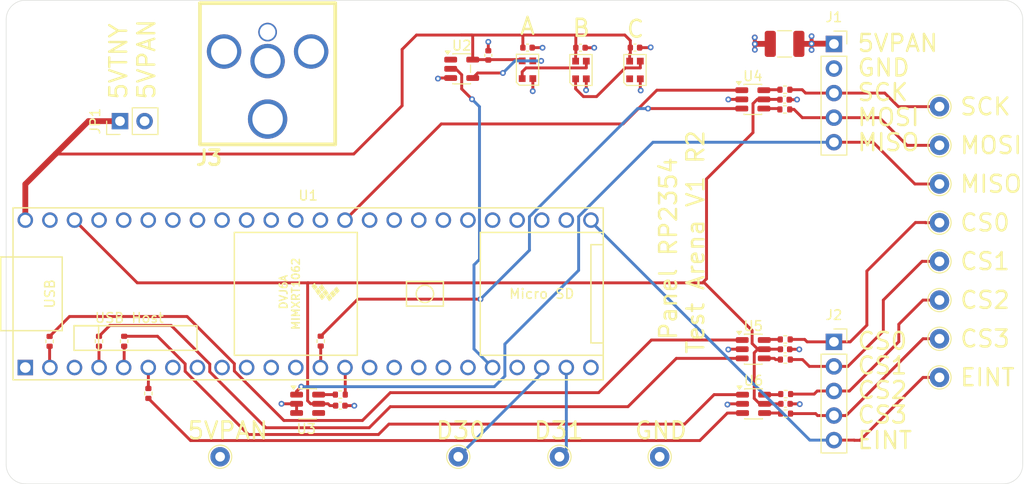
<source format=kicad_pcb>
(kicad_pcb (version 20241229) (generator "pcbnew") (generator_version "9.0")
  (layers (0 "F.Cu" signal) (4 "In1.Cu" power) (6 "In2.Cu" power) (2 "B.Cu" signal) (13 "F.Paste" user) (15 "B.Paste" user) (5 "F.SilkS" user "F.Silkscreen") (7 "B.SilkS" user "B.Silkscreen") (1 "F.Mask" user) (3 "B.Mask" user) (25 "Edge.Cuts" user))
  (property "BoardName" "RP2354 Test Arena")
  (property "Designer" "Reiser Lab")
  (property "Revision" "2")
  (property "Version" "1")
  (net 0 "")
  (net 1 "+5V")
  (net 2 "GND")
  (net 3 "Net-(D1-DOUT)")
  (net 4 "/DLED")
  (net 5 "Net-(D2-DOUT)")
  (net 7 "/MOSI")
  (net 8 "/MISO")
  (net 9 "/SCK")
  (net 10 "/CS0")
  (net 11 "/CS1")
  (net 12 "/CS3")
  (net 13 "/CS2")
  (net 14 "/EINT")
  (net 34 "/D30")
  (net 40 "/D31")
  (net 42 "+3.3V")
  (net 51 "Net-(D1-DIN)")
  (net 53 "/5V_PAN")
  (net 54 "/MOSI_PAN")
  (net 55 "/SCK_PAN")
  (net 56 "/CS0_PAN")
  (net 57 "/CS1_PAN")
  (net 58 "/CS3_PAN")
  (net 59 "/CS2_PAN")
  (net 60 "Net-(U1-0_RX1_CRX2_CS1)")
  (net 61 "Net-(U1-2_OUT2)")
  (net 62 "Net-(U1-3_LRCLK2)")
  (net 63 "Net-(U1-4_BCLK2)")
  (net 64 "Net-(U1-11_MOSI_CTX1)")
  (net 65 "Net-(R6-Pad1)")
  (net 66 "Net-(U1-12_MISO_MQSL)")
  (net 67 "Net-(R7-Pad1)")
  (net 68 "Net-(R8-Pad1)")
  (net 69 "Net-(R9-Pad1)")
  (net 70 "Net-(R10-Pad1)")
  (net 71 "Net-(R11-Pad1)")
  (net 72 "Net-(R12-Pad1)")
  (footprint "Resistor_SMD:R_0402_1005Metric" (layer "F.Cu") (at 82.49 85.245 -90)
    (property "Reference" "R5" (hide yes))
    (property "Value" "33" (hide yes))
  )
  (footprint "Resistor_SMD:R_0402_1005Metric" (layer "F.Cu") (at 130.505 92.74)
    (property "Reference" "R12" (hide yes))
    (property "Value" "33" (hide yes))
  )
  (footprint "Resistor_SMD:R_0402_1005Metric" (layer "F.Cu") (at 64.69 90.655 90)
    (property "Reference" "R4" (hide yes))
    (property "Value" "33" (hide yes))
  )
  (footprint "TestPoint:TestPoint_THTPad_D2.0mm_Drill1.0mm" (layer "F.Cu") (at 146.4 73)
    (property "Reference" "TP6" (hide yes))
    (property "Value" "TestPoint" (hide yes))
  )
  (footprint "Resistor_SMD:R_0402_1005Metric" (layer "F.Cu") (at 54.49 85.265 -90)
    (property "Reference" "R1" (hide yes))
    (property "Value" "33" (hide yes))
  )
  (footprint "Capacitor_SMD:C_0402_1005Metric" (layer "F.Cu") (at 114.95 54.9)
    (property "Reference" "C3" (hide yes))
    (property "Value" "100nF" (hide yes))
  )
  (footprint "Capacitor_SMD:C_0402_1005Metric" (layer "F.Cu") (at 130.45 86.09)
    (property "Reference" "C7" (hide yes))
    (property "Value" "100nF" (hide yes))
  )
  (footprint "TestPoint:TestPoint_THTPad_D2.0mm_Drill1.0mm" (layer "F.Cu") (at 146.4 85)
    (property "Reference" "TP9" (hide yes))
    (property "Value" "TestPoint" (hide yes))
  )
  (footprint "Resistor_SMD:R_0402_1005Metric" (layer "F.Cu") (at 84.515 90.775)
    (property "Reference" "R6" (hide yes))
    (property "Value" "33" (hide yes))
  )
  (footprint "TestPoint:TestPoint_THTPad_D2.0mm_Drill1.0mm" (layer "F.Cu") (at 117.5 97.2 90)
    (property "Reference" "TP2" (hide yes))
    (property "Value" "TestPoint" (hide yes))
  )
  (footprint "Package_TO_SOT_SMD:SOT-23-6" (layer "F.Cu") (at 81.1375 91.725)
    (property "Reference" "U3")
    (property "Value" "74LVC2G17" (hide yes))
  )
  (footprint "Package_TO_SOT_SMD:SOT-23-5" (layer "F.Cu") (at 97.0525 57.09)
    (property "Reference" "U2")
    (property "Value" "SN74LV1T34DBV" (hide yes))
  )
  (footprint "TestPoint:TestPoint_THTPad_D2.0mm_Drill1.0mm" (layer "F.Cu") (at 72.1 97.2 90)
    (property "Reference" "TP1" (hide yes))
    (property "Value" "TestPoint" (hide yes))
  )
  (footprint "TestPoint:TestPoint_THTPad_D2.0mm_Drill1.0mm" (layer "F.Cu") (at 146.4 89)
    (property "Reference" "TP10" (hide yes))
    (property "Value" "TestPoint" (hide yes))
  )
  (footprint "Connector_PinSocket_2.54mm:PinSocket_1x05_P2.54mm_Vertical" (layer "F.Cu") (at 135.5 54.52)
    (property "Reference" "J1")
    (property "Value" "Conn_01x05_Socket" (hide yes))
  )
  (footprint "Capacitor_SMD:C_0402_1005Metric" (layer "F.Cu") (at 99.8 55.7 90)
    (property "Reference" "C4" (hide yes))
    (property "Value" "100nF" (hide yes))
  )
  (footprint "TestPoint:TestPoint_THTPad_D2.0mm_Drill1.0mm" (layer "F.Cu") (at 146.4 65)
    (property "Reference" "TP4" (hide yes))
    (property "Value" "TestPoint" (hide yes))
  )
  (footprint "TestPoint:TestPoint_THTPad_D2.0mm_Drill1.0mm" (layer "F.Cu") (at 107.15 97.2)
    (property "Reference" "TP12" (hide yes))
    (property "Value" "TestPoint" (hide yes))
  )
  (footprint "MountingHole:MountingHole_3.2mm_M3" (layer "F.Cu") (at 54 96)
    (property "Reference" "H2" (hide yes))
    (property "Value" "MountingHole" (hide yes))
  )
  (footprint "Resistor_SMD:R_0402_1005Metric" (layer "F.Cu") (at 130.515 90.72)
    (property "Reference" "R11" (hide yes))
    (property "Value" "33" (hide yes))
  )
  (footprint "arena_custom:DCJACK_2PIN_HIGHCURRENT" (layer "F.Cu") (at 77.0042 50.2962)
    (property "Reference" "J3")
    (property "Value" "Barrel_Jack" (hide yes))
  )
  (footprint "Package_TO_SOT_SMD:SOT-23-6" (layer "F.Cu") (at 127.1975 91.73)
    (property "Reference" "U6")
    (property "Value" "74LVC2G17" (hide yes))
  )
  (footprint "TestPoint:TestPoint_THTPad_D2.0mm_Drill1.0mm" (layer "F.Cu") (at 146.4 77)
    (property "Reference" "TP7" (hide yes))
    (property "Value" "TestPoint" (hide yes))
  )
  (footprint "Package_TO_SOT_SMD:SOT-23-6" (layer "F.Cu") (at 127.1225 60.25)
    (property "Reference" "U4")
    (property "Value" "74LVC2G17" (hide yes))
  )
  (footprint "Package_TO_SOT_SMD:SOT-23-6" (layer "F.Cu") (at 127.1625 86.08)
    (property "Reference" "U5")
    (property "Value" "74LVC2G17" (hide yes))
  )
  (footprint "LED_SMD:LED_WS2812B-2020_PLCC4_2.0x2.0mm" (layer "F.Cu") (at 109.37 57.21 90)
    (property "Reference" "D2" (hide yes))
    (property "Value" "WS2812B-2020" (hide yes))
  )
  (footprint "Resistor_SMD:R_0402_1005Metric" (layer "F.Cu") (at 59.59 85.255 -90)
    (property "Reference" "R2" (hide yes))
    (property "Value" "33" (hide yes))
  )
  (footprint "Resistor_SMD:R_0402_1005Metric" (layer "F.Cu") (at 130.435 59.25)
    (property "Reference" "R7" (hide yes))
    (property "Value" "33" (hide yes))
  )
  (footprint "Capacitor_SMD:C_0402_1005Metric" (layer "F.Cu") (at 130.405 60.28)
    (property "Reference" "C6" (hide yes))
    (property "Value" "100nF" (hide yes))
  )
  (footprint "Capacitor_SMD:C_0402_1005Metric" (layer "F.Cu") (at 109.32 54.91)
    (property "Reference" "C2" (hide yes))
    (property "Value" "100nF" (hide yes))
  )
  (footprint "TestPoint:TestPoint_THTPad_D2.0mm_Drill1.0mm" (layer "F.Cu") (at 146.4 81)
    (property "Reference" "TP8" (hide yes))
    (property "Value" "TestPoint" (hide yes))
  )
  (footprint "TestPoint:TestPoint_THTPad_D2.0mm_Drill1.0mm" (layer "F.Cu") (at 96.7 97.2)
    (property "Reference" "TP11" (hide yes))
    (property "Value" "TestPoint" (hide yes))
  )
  (footprint "Resistor_SMD:R_0402_1005Metric" (layer "F.Cu") (at 62.19 85.255 -90)
    (property "Reference" "R3" (hide yes))
    (property "Value" "33" (hide yes))
  )
  (footprint "teensy:Teensy41_outer_only" (layer "F.Cu") (at 81.19 80.355)
    (property "Reference" "U1")
    (property "Value" "Teensy4.1")
  )
  (footprint "Capacitor_SMD:C_0402_1005Metric" (layer "F.Cu") (at 84.51 91.915)
    (property "Reference" "C5" (hide yes))
    (property "Value" "100nF" (hide yes))
  )
  (footprint "LED_SMD:LED_WS2812B-2020_PLCC4_2.0x2.0mm" (layer "F.Cu") (at 103.85 57.185 90)
    (property "Reference" "D1" (hide yes))
    (property "Value" "WS2812B-2020" (hide yes))
  )
  (footprint "Resistor_SMD:R_0402_1005Metric" (layer "F.Cu") (at 130.47 85.07)
    (property "Reference" "R9" (hide yes))
    (property "Value" "33" (hide yes))
  )
  (footprint "MountingHole:MountingHole_3.2mm_M3" (layer "F.Cu") (at 151 96)
    (property "Reference" "H3" (hide yes))
    (property "Value" "MountingHole" (hide yes))
  )
  (footprint "Resistor_SMD:R_0402_1005Metric" (layer "F.Cu") (at 130.48 87.15)
    (property "Reference" "R10" (hide yes))
    (property "Value" "33" (hide yes))
  )
  (footprint "MountingHole:MountingHole_3.2mm_M3" (layer "F.Cu") (at 151 54)
    (property "Reference" "H4" (hide yes))
    (property "Value" "MountingHole" (hide yes))
  )
  (footprint "Capacitor_SMD:C_1210_3225Metric" (layer "F.Cu") (at 130.4 54.51 180)
    (property "Reference" "C9" (hide yes))
    (property "Value" "100uF" (hide yes))
  )
  (footprint "LED_SMD:LED_WS2812B-2020_PLCC4_2.0x2.0mm" (layer "F.Cu") (at 114.95 57.21 90)
    (property "Reference" "D3" (hide yes))
    (property "Value" "WS2812B-2020" (hide yes))
  )
  (footprint "MountingHole:MountingHole_3.2mm_M3" (layer "F.Cu") (at 54 54)
    (property "Reference" "H1" (hide yes))
    (property "Value" "MountingHole" (hide yes))
  )
  (footprint "Capacitor_SMD:C_0402_1005Metric" (layer "F.Cu") (at 103.85 54.9)
    (property "Reference" "C1" (hide yes))
    (property "Value" "100nF" (hide yes))
  )
  (footprint "TestPoint:TestPoint_THTPad_D2.0mm_Drill1.0mm" (layer "F.Cu") (at 146.4 69)
    (property "Reference" "TP5" (hide yes))
    (property "Value" "TestPoint" (hide yes))
  )
  (footprint "Connector_PinHeader_2.54mm:PinHeader_1x02_P2.54mm_Vertical" (layer "F.Cu") (at 61.76 62.5 90)
    (property "Reference" "JP1")
    (property "Value" "Jumper_2_Open" (hide yes))
  )
  (footprint "Connector_PinSocket_2.54mm:PinSocket_1x05_P2.54mm_Vertical" (layer "F.Cu") (at 135.5 85.32)
    (property "Reference" "J2")
    (property "Value" "Conn_01x05_Socket" (hide yes))
  )
  (footprint "Resistor_SMD:R_0402_1005Metric" (layer "F.Cu") (at 130.425 61.29)
    (property "Reference" "R8" (hide yes))
    (property "Value" "33" (hide yes))
  )
  (footprint "Capacitor_SMD:C_0402_1005Metric" (layer "F.Cu") (at 130.495 91.73)
    (property "Reference" "C8" (hide yes))
    (property "Value" "100nF" (hide yes))
  )
  (footprint "TestPoint:TestPoint_THTPad_D2.0mm_Drill1.0mm" (layer "F.Cu") (at 146.4 61)
    (property "Reference" "TP3" (hide yes))
    (property "Value" "TestPoint" (hide yes))
  )
  (gr_line (start 52 50) (end 153 50) (stroke (width 0.05)) (layer "Edge.Cuts"))
  (gr_arc (start 155 98) (mid 154.414214 99.414214) (end 153 100) (stroke (width 0.05)) (layer "Edge.Cuts"))
  (gr_line (start 50 98) (end 50 52) (stroke (width 0.05)) (layer "Edge.Cuts"))
  (gr_arc (start 50 52) (mid 50.585786 50.585786) (end 52 50) (stroke (width 0.05)) (layer "Edge.Cuts"))
  (gr_arc (start 52 100) (mid 50.585786 99.414214) (end 50 98) (stroke (width 0.05)) (layer "Edge.Cuts"))
  (gr_line (start 153 100) (end 52 100) (stroke (width 0.05)) (layer "Edge.Cuts"))
  (gr_line (start 155 52) (end 155 98) (stroke (width 0.05)) (layer "Edge.Cuts"))
  (gr_arc (start 153 50) (mid 154.414214 50.585786) (end 155 52) (stroke (width 0.05)) (layer "Edge.Cuts"))
  (gr_text "GND" (at 137.8 56.98 0) (layer "F.SilkS") (effects (font (size 1.75 1.75) (thickness 0.25)) (justify left)))
  (gr_text "Panel RP2354 \nTest Arena V${Version} R${Revision}" (at 119.8 75 90) (layer "F.SilkS") (effects (font (size 1.75 1.75) (thickness 0.25))))
  (gr_text "CS2" (at 148.4 81 0) (layer "F.SilkS") (effects (font (size 1.75 1.75) (thickness 0.25)) (justify left)))
  (gr_text "5VPAN" (at 137.8 54.44 0) (layer "F.SilkS") (effects (font (size 1.75 1.75) (thickness 0.25)) (justify left)))
  (gr_text "A" (at 103.85 53.7 0) (layer "F.SilkS") (effects (font (size 1.75 1.75) (thickness 0.25)) (justify bottom)))
  (gr_text "CS1" (at 148.4 77 0) (layer "F.SilkS") (effects (font (size 1.75 1.75) (thickness 0.25)) (justify left)))
  (gr_text "EINT" (at 137.8 95.5 0) (layer "F.SilkS") (effects (font (size 1.75 1.75) (thickness 0.25)) (justify left)))
  (gr_text "EINT" (at 148.4 89 0) (layer "F.SilkS") (effects (font (size 1.75 1.75) (thickness 0.25)) (justify left)))
  (gr_text "CS0" (at 137.8 85.24 0) (layer "F.SilkS") (effects (font (size 1.75 1.75) (thickness 0.25)) (justify left)))
  (gr_text "GND" (at 114.8 94.5 0) (layer "F.SilkS") (effects (font (size 1.75 1.75) (thickness 0.25)) (justify left)))
  (gr_text "5VPAN" (at 68.6 94.5 0) (layer "F.SilkS") (effects (font (size 1.75 1.75) (thickness 0.25)) (justify left)))
  (gr_text "C" (at 115 54 0) (layer "F.SilkS") (effects (font (size 1.75 1.75) (thickness 0.25)) (justify bottom)))
  (gr_text "CS0" (at 148.4 73 0) (layer "F.SilkS") (effects (font (size 1.75 1.75) (thickness 0.25)) (justify left)))
  (gr_text "5VPAN" (at 64.5 60.4 90) (layer "F.SilkS") (effects (font (size 1.75 1.75) (thickness 0.25)) (justify left)))
  (gr_text "D31" (at 104.375 94.5 0) (layer "F.SilkS") (effects (font (size 1.75 1.75) (thickness 0.25)) (justify left)))
  (gr_text "MOSI" (at 137.8 62.1 0) (layer "F.SilkS") (effects (font (size 1.75 1.75) (thickness 0.25)) (justify left)))
  (gr_text "CS3" (at 148.4 85 0) (layer "F.SilkS") (effects (font (size 1.75 1.75) (thickness 0.25)) (justify left)))
  (gr_text "CS3" (at 137.8 92.86 0) (layer "F.SilkS") (effects (font (size 1.75 1.75) (thickness 0.25)) (justify left)))
  (gr_text "5VTNY" (at 61.6 60.4 90) (layer "F.SilkS") (effects (font (size 1.75 1.75) (thickness 0.25)) (justify left)))
  (gr_text "MISO" (at 148.4 69 0) (layer "F.SilkS") (effects (font (size 1.75 1.75) (thickness 0.25)) (justify left)))
  (gr_text "MISO" (at 137.8 64.7 0) (layer "F.SilkS") (effects (font (size 1.75 1.75) (thickness 0.25)) (justify left)))
  (gr_text "CS1" (at 137.8 87.78 0) (layer "F.SilkS") (effects (font (size 1.75 1.75) (thickness 0.25)) (justify left)))
  (gr_text "SCK" (at 148.4 61 0) (layer "F.SilkS") (effects (font (size 1.75 1.75) (thickness 0.25)) (justify left)))
  (gr_text "D30" (at 94.25 94.5 0) (layer "F.SilkS") (effects (font (size 1.75 1.75) (thickness 0.25)) (justify left)))
  (gr_text "MOSI" (at 148.4 65 0) (layer "F.SilkS") (effects (font (size 1.75 1.75) (thickness 0.25)) (justify left)))
  (gr_text "CS2" (at 137.8 90.32 0) (layer "F.SilkS") (effects (font (size 1.75 1.75) (thickness 0.25)) (justify left)))
  (gr_text "SCK" (at 137.8 59.52 0) (layer "F.SilkS") (effects (font (size 1.75 1.75) (thickness 0.25)) (justify left)))
  (gr_text "B" (at 109.4 53.9 0) (layer "F.SilkS") (effects (font (size 1.75 1.75) (thickness 0.25)) (justify bottom)))
  (segment (start 113.9 53.6) (end 114.47 54.17) (width 0.3) (layer "F.Cu") (net 1))
  (segment (start 97 53.6) (end 98.1 53.6) (width 0.3) (layer "F.Cu") (net 1))
  (segment (start 114.4 56.295) (end 114.4 55.5933) (width 0.3) (layer "F.Cu") (net 1))
  (segment (start 85.9 65.9) (end 90.9 60.9) (width 0.3) (layer "F.Cu") (net 1))
  (segment (start 51.98 69.02) (end 51.98 72.735) (width 0.6) (layer "F.Cu") (net 1))
  (segment (start 99.84 56.14) (end 99.8 56.18) (width 0.3) (layer "F.Cu") (net 1))
  (segment (start 108.82 55.5933) (end 108.84 55.5733) (width 0.3) (layer "F.Cu") (net 1))
  (segment (start 61.76 62.5) (end 58.5 62.5) (width 0.6) (layer "F.Cu") (net 1))
  (segment (start 58.5 62.5) (end 55.1 65.9) (width 0.6) (layer "F.Cu") (net 1))
  (segment (start 90.9 55.0819) (end 92.3819 53.6) (width 0.3) (layer "F.Cu") (net 1))
  (segment (start 98.1 53.6) (end 98.19 53.69) (width 0.3) (layer "F.Cu") (net 1))
  (segment (start 114.47 55.5233) (end 114.47 54.9) (width 0.3) (layer "F.Cu") (net 1))
  (segment (start 98.19 53.69) (end 98.19 56.14) (width 0.3) (layer "F.Cu") (net 1))
  (segment (start 108.9 53.6) (end 113.9 53.6) (width 0.3) (layer "F.Cu") (net 1))
  (segment (start 103.17 56.14) (end 103.3 56.27) (width 0.3) (layer "F.Cu") (net 1))
  (segment (start 92.3819 53.6) (end 97 53.6) (width 0.3) (layer "F.Cu") (net 1))
  (segment (start 97 53.6) (end 98.1 53.6) (width 0.3) (layer "F.Cu") (net 1))
  (segment (start 103.37 53.63) (end 103.4 53.6) (width 0.3) (layer "F.Cu") (net 1))
  (segment (start 108.84 55.5733) (end 108.84 54.91) (width 0.3) (layer "F.Cu") (net 1))
  (segment (start 103.4 53.6) (end 108.9 53.6) (width 0.3) (layer "F.Cu") (net 1))
  (segment (start 99.84 56.14) (end 103.17 56.14) (width 0.3) (layer "F.Cu") (net 1))
  (segment (start 98.1 53.6) (end 103.4 53.6) (width 0.3) (layer "F.Cu") (net 1))
  (segment (start 108.84 54.91) (end 108.84 53.66) (width 0.3) (layer "F.Cu") (net 1))
  (segment (start 98.19 56.14) (end 99.84 56.14) (width 0.3) (layer "F.Cu") (net 1))
  (segment (start 114.4 55.5933) (end 114.47 55.5233) (width 0.3) (layer "F.Cu") (net 1))
  (segment (start 55.1 65.9) (end 85.9 65.9) (width 0.3) (layer "F.Cu") (net 1))
  (segment (start 108.84 53.66) (end 108.9 53.6) (width 0.3) (layer "F.Cu") (net 1))
  (segment (start 108.82 56.295) (end 108.82 55.5933) (width 0.3) (layer "F.Cu") (net 1))
  (segment (start 90.9 60.9) (end 90.9 55.0819) (width 0.3) (layer "F.Cu") (net 1))
  (segment (start 103.37 54.9) (end 103.37 53.63) (width 0.3) (layer "F.Cu") (net 1))
  (segment (start 114.47 54.17) (end 114.47 54.9) (width 0.3) (layer "F.Cu") (net 1))
  (segment (start 55.1 65.9) (end 51.98 69.02) (width 0.6) (layer "F.Cu") (net 1))
  (segment (start 131.94 91.73) (end 131.97 91.76) (width 0.3) (layer "F.Cu") (net 2))
  (segment (start 130.975 91.73) (end 131.94 91.73) (width 0.3) (layer "F.Cu") (net 2))
  (segment (start 104.4 59.39) (end 104.39 59.4) (width 0.3) (layer "F.Cu") (net 2))
  (segment (start 115.5 59.29) (end 115.54 59.33) (width 0.3) (layer "F.Cu") (net 2))
  (segment (start 84.99 91.915) (end 85.95 91.915) (width 0.3) (layer "F.Cu") (net 2))
  (segment (start 94.66 58.04) (end 94.6 58.1) (width 0.3) (layer "F.Cu") (net 2))
  (segment (start 104.33 54.9) (end 105.39 54.9) (width 0.3) (layer "F.Cu") (net 2))
  (segment (start 116.54 54.9) (end 116.57 54.87) (width 0.3) (layer "F.Cu") (net 2))
  (segment (start 127.34 54.51) (end 127.33 54.52) (width 0.6) (layer "F.Cu") (net 2))
  (segment (start 124.62 86.08) (end 124.59 86.11) (width 0.3) (layer "F.Cu") (net 2))
  (segment (start 99.8 55.22) (end 99.8 54.3) (width 0.3) (layer "F.Cu") (net 2))
  (segment (start 131.91 86.09) (end 131.92 86.1) (width 0.3) (layer "F.Cu") (net 2))
  (segment (start 109.92 59.28) (end 109.92 58.125) (width 0.3) (layer "F.Cu") (net 2))
  (segment (start 80 91.725) (end 78.44 91.725) (width 0.3) (layer "F.Cu") (net 2))
  (segment (start 124.6 60.25) (end 124.59 60.26) (width 0.3) (layer "F.Cu") (net 2))
  (segment (start 126.025 86.08) (end 124.62 86.08) (width 0.3) (layer "F.Cu") (net 2))
  (segment (start 125.985 60.25) (end 124.6 60.25) (width 0.3) (layer "F.Cu") (net 2))
  (segment (start 95.915 58.04) (end 94.66 58.04) (width 0.3) (layer "F.Cu") (net 2))
  (segment (start 126.06 91.73) (end 124.57 91.73) (width 0.3) (layer "F.Cu") (net 2))
  (segment (start 109.9 59.3) (end 109.92 59.28) (width 0.3) (layer "F.Cu") (net 2))
  (segment (start 128.925 54.51) (end 127.34 54.51) (width 0.6) (layer "F.Cu") (net 2))
  (segment (start 130.885 60.28) (end 131.68 60.28) (width 0.3) (layer "F.Cu") (net 2))
  (segment (start 127.33 54.52) (end 127.33 55.12) (width 0.4) (layer "F.Cu") (net 2))
  (segment (start 115.5 58.125) (end 115.5 59.29) (width 0.3) (layer "F.Cu") (net 2))
  (segment (start 105.39 54.9) (end 105.4 54.91) (width 0.3) (layer "F.Cu") (net 2))
  (segment (start 109.8 54.91) (end 110.74 54.91) (width 0.3) (layer "F.Cu") (net 2))
  (segment (start 124.57 91.73) (end 124.5 91.8) (width 0.3) (layer "F.Cu") (net 2))
  (segment (start 85.95 91.915) (end 85.96 91.925) (width 0.3) (layer "F.Cu") (net 2))
  (segment (start 115.43 54.9) (end 116.54 54.9) (width 0.3) (layer "F.Cu") (net 2))
  (segment (start 104.4 58.1) (end 104.4 59.39) (width 0.3) (layer "F.Cu") (net 2))
  (segment (start 127.33 53.86) (end 127.32 53.85) (width 0.6) (layer "F.Cu") (net 2))
  (segment (start 131.68 60.28) (end 131.69 60.27) (width 0.3) (layer "F.Cu") (net 2))
  (segment (start 80 91.725) (end 80 92.675) (width 0.3) (layer "F.Cu") (net 2))
  (segment (start 130.93 86.09) (end 131.91 86.09) (width 0.3) (layer "F.Cu") (net 2))
  (segment (start 127.33 54.52) (end 127.33 53.86) (width 0.4) (layer "F.Cu") (net 2))
  (via (at 131.92 86.1) (size 0.6) (drill 0.3) (layers "F.Cu" "B.Cu") (net 2))
  (via (at 110.74 54.91) (size 0.6) (drill 0.3) (layers "F.Cu" "B.Cu") (net 2))
  (via (at 127.33 54.52) (size 0.6) (drill 0.3) (layers "F.Cu" "B.Cu") (net 2))
  (via (at 94.6 58.1) (size 0.6) (drill 0.3) (layers "F.Cu" "B.Cu") (net 2))
  (via (at 127.32 53.85) (size 0.6) (drill 0.3) (layers "F.Cu" "B.Cu") (net 2))
  (via (at 127.33 55.12) (size 0.6) (drill 0.3) (layers "F.Cu" "B.Cu") (net 2))
  (via (at 105.4 54.91) (size 0.6) (drill 0.3) (layers "F.Cu" "B.Cu") (net 2))
  (via (at 104.39 59.4) (size 0.6) (drill 0.3) (layers "F.Cu" "B.Cu") (net 2))
  (via (at 124.59 86.11) (size 0.6) (drill 0.3) (layers "F.Cu" "B.Cu") (net 2))
  (via (at 131.97 91.76) (size 0.6) (drill 0.3) (layers "F.Cu" "B.Cu") (net 2))
  (via (at 131.69 60.27) (size 0.6) (drill 0.3) (layers "F.Cu" "B.Cu") (net 2))
  (via (at 116.57 54.87) (size 0.6) (drill 0.3) (layers "F.Cu" "B.Cu") (net 2))
  (via (at 109.9 59.3) (size 0.6) (drill 0.3) (layers "F.Cu" "B.Cu") (net 2))
  (via (at 124.59 60.26) (size 0.6) (drill 0.3) (layers "F.Cu" "B.Cu") (net 2))
  (via (at 124.5 91.8) (size 0.6) (drill 0.3) (layers "F.Cu" "B.Cu") (net 2))
  (via (at 99.8 54.3) (size 0.6) (drill 0.3) (layers "F.Cu" "B.Cu") (net 2))
  (via (at 85.96 91.925) (size 0.6) (drill 0.3) (layers "F.Cu" "B.Cu") (net 2))
  (via (at 115.54 59.33) (size 0.6) (drill 0.3) (layers "F.Cu" "B.Cu") (net 2))
  (via (at 78.44 91.725) (size 0.6) (drill 0.3) (layers "F.Cu" "B.Cu") (net 2))
  (segment (start 109.92 56.9967) (end 103.7016 56.9967) (width 0.3) (layer "F.Cu") (net 3))
  (segment (start 103.3 58.1) (end 103.3 57.3983) (width 0.3) (layer "F.Cu") (net 3))
  (segment (start 109.92 56.295) (end 109.92 56.9967) (width 0.3) (layer "F.Cu") (net 3))
  (segment (start 103.7016 56.9967) (end 103.3 57.3983) (width 0.3) (layer "F.Cu") (net 3))
  (segment (start 96.4389 57.09) (end 95.915 57.09) (width 0.3) (layer "F.Cu") (net 4))
  (segment (start 98.118 60.2345) (end 97.0525 59.169) (width 0.3) (layer "F.Cu") (net 4))
  (segment (start 97.0525 57.7036) (end 96.4389 57.09) (width 0.3) (layer "F.Cu") (net 4))
  (segment (start 97.0525 59.169) (end 97.0525 57.7036) (width 0.3) (layer "F.Cu") (net 4))
  (via (at 98.118 60.2345) (size 0.6) (drill 0.3) (layers "F.Cu" "B.Cu") (net 4))
  (segment (start 98.8889 61.0054) (end 98.118 60.2345) (width 0.3) (layer "B.Cu") (net 4))
  (segment (start 98.8889 76.7964) (end 98.8889 61.0054) (width 0.3) (layer "B.Cu") (net 4))
  (segment (start 98.3212 77.3641) (end 98.8889 76.7964) (width 0.3) (layer "B.Cu") (net 4))
  (segment (start 98.3212 86.0562) (end 98.3212 77.3641) (width 0.3) (layer "B.Cu") (net 4))
  (segment (start 100.24 87.975) (end 98.3212 86.0562) (width 0.3) (layer "B.Cu") (net 4))
  (segment (start 115.5 56.9967) (end 113.9498 56.9967) (width 0.3) (layer "F.Cu") (net 5))
  (segment (start 115.5 56.295) (end 115.5 56.9967) (width 0.3) (layer "F.Cu") (net 5))
  (segment (start 108.82 59.1572) (end 108.82 58.125) (width 0.3) (layer "F.Cu") (net 5))
  (segment (start 110.9865 59.96) (end 109.6228 59.96) (width 0.3) (layer "F.Cu") (net 5))
  (segment (start 109.6228 59.96) (end 108.82 59.1572) (width 0.3) (layer "F.Cu") (net 5))
  (segment (start 113.9498 56.9967) (end 110.9865 59.96) (width 0.3) (layer "F.Cu") (net 5))
  (segment (start 86.3195 80.9055) (end 82.49 84.735) (width 0.3) (layer "F.Cu") (net 7))
  (segment (start 98.9929 80.9055) (end 86.3195 80.9055) (width 0.3) (layer "F.Cu") (net 7))
  (segment (start 125.985 61.2) (end 116.2958 61.2) (width 0.3) (layer "F.Cu") (net 7))
  (via (at 98.9929 80.9055) (size 0.6) (drill 0.3) (layers "F.Cu" "B.Cu") (net 7))
  (via (at 116.2958 61.2) (size 0.6) (drill 0.3) (layers "F.Cu" "B.Cu") (net 7))
  (segment (start 98.9929 80.9055) (end 104.05 75.8484) (width 0.3) (layer "B.Cu") (net 7))
  (segment (start 104.05 72.3763) (end 115.2263 61.2) (width 0.3) (layer "B.Cu") (net 7))
  (segment (start 115.2263 61.2) (end 116.2958 61.2) (width 0.3) (layer "B.Cu") (net 7))
  (segment (start 104.05 75.8484) (end 104.05 72.3763) (width 0.3) (layer "B.Cu") (net 7))
  (segment (start 139.5 64.68) (end 139.52 64.66) (width 0.3) (layer "F.Cu") (net 8))
  (segment (start 80 90.4333) (end 80.4787 89.9546) (width 0.3) (layer "F.Cu") (net 8))
  (segment (start 80 90.775) (end 80 90.4333) (width 0.3) (layer "F.Cu") (net 8))
  (segment (start 143.86 69) (end 146.4 69) (width 0.3) (layer "F.Cu") (net 8))
  (segment (start 135.5 64.68) (end 139.5 64.68) (width 0.3) (layer "F.Cu") (net 8))
  (segment (start 139.52 64.66) (end 143.86 69) (width 0.3) (layer "F.Cu") (net 8))
  (via (at 80.4787 89.9546) (size 0.6) (drill 0.3) (layers "F.Cu" "B.Cu") (net 8))
  (segment (start 109.13 72.364) (end 109.13 77.9309) (width 0.3) (layer "B.Cu") (net 8))
  (segment (start 101.51 88.865) (end 100.4204 89.9546) (width 0.3) (layer "B.Cu") (net 8))
  (segment (start 135.5 64.68) (end 116.814 64.68) (width 0.3) (layer "B.Cu") (net 8))
  (segment (start 116.814 64.68) (end 109.13 72.364) (width 0.3) (layer "B.Cu") (net 8))
  (segment (start 109.13 77.9309) (end 101.51 85.5509) (width 0.3) (layer "B.Cu") (net 8))
  (segment (start 101.51 85.5509) (end 101.51 88.865) (width 0.3) (layer "B.Cu") (net 8))
  (segment (start 100.4204 89.9546) (end 80.4787 89.9546) (width 0.3) (layer "B.Cu") (net 8))
  (segment (start 94.9428 62.7922) (end 113.7179 62.7922) (width 0.3) (layer "F.Cu") (net 9))
  (segment (start 85 72.735) (end 94.9428 62.7922) (width 0.3) (layer "F.Cu") (net 9))
  (segment (start 117.2101 59.3) (end 125.985 59.3) (width 0.3) (layer "F.Cu") (net 9))
  (segment (start 113.7179 62.7922) (end 117.2101 59.3) (width 0.3) (layer "F.Cu") (net 9))
  (segment (start 78.6854 93.45) (end 73.57 88.3346) (width 0.3) (layer "F.Cu") (net 10))
  (segment (start 89.675 90.575) (end 86.8 93.45) (width 0.3) (layer "F.Cu") (net 10))
  (segment (start 116.645 85.13) (end 111.2 90.575) (width 0.3) (layer "F.Cu") (net 10))
  (segment (start 111.2 90.575) (end 89.675 90.575) (width 0.3) (layer "F.Cu") (net 10))
  (segment (start 73.57 88.3346) (end 73.57 87.5797) (width 0.3) (layer "F.Cu") (net 10))
  (segment (start 68.6903 82.7) (end 56.545 82.7) (width 0.3) (layer "F.Cu") (net 10))
  (segment (start 56.545 82.7) (end 54.49 84.755) (width 0.3) (layer "F.Cu") (net 10))
  (segment (start 126.025 85.13) (end 116.645 85.13) (width 0.3) (layer "F.Cu") (net 10))
  (segment (start 86.8 93.45) (end 78.6854 93.45) (width 0.3) (layer "F.Cu") (net 10))
  (segment (start 73.57 87.5797) (end 68.6903 82.7) (width 0.3) (layer "F.Cu") (net 10))
  (segment (start 60.71 83.625) (end 59.59 84.745) (width 0.3) (layer "F.Cu") (net 11))
  (segment (start 71.03 87.6129) (end 67.0421 83.625) (width 0.3) (layer "F.Cu") (net 11))
  (segment (start 76.8166 94.2) (end 71.03 88.4134) (width 0.3) (layer "F.Cu") (net 11))
  (segment (start 119.22 87.03) (end 114.225 92.025) (width 0.3) (layer "F.Cu") (net 11))
  (segment (start 67.0421 83.625) (end 60.71 83.625) (width 0.3) (layer "F.Cu") (net 11))
  (segment (start 87.5 94.2) (end 76.8166 94.2) (width 0.3) (layer "F.Cu") (net 11))
  (segment (start 71.03 88.4134) (end 71.03 87.6129) (width 0.3) (layer "F.Cu") (net 11))
  (segment (start 114.225 92.025) (end 89.675 92.025) (width 0.3) (layer "F.Cu") (net 11))
  (segment (start 89.675 92.025) (end 87.5 94.2) (width 0.3) (layer "F.Cu") (net 11))
  (segment (start 126.025 87.03) (end 119.22 87.03) (width 0.3) (layer "F.Cu") (net 11))
  (segment (start 69.05 95.525) (end 121.65 95.525) (width 0.3) (layer "F.Cu") (net 12))
  (segment (start 124.495 92.68) (end 126.06 92.68) (width 0.3) (layer "F.Cu") (net 12))
  (segment (start 121.65 95.525) (end 124.495 92.68) (width 0.3) (layer "F.Cu") (net 12))
  (segment (start 64.69 91.165) (end 69.05 95.525) (width 0.3) (layer "F.Cu") (net 12))
  (segment (start 75.0214 94.9) (end 68.49 88.3686) (width 0.3) (layer "F.Cu") (net 13))
  (segment (start 126.06 90.78) (end 123.12 90.78) (width 0.3) (layer "F.Cu") (net 13))
  (segment (start 88.45852 94.9) (end 75.0214 94.9) (width 0.3) (layer "F.Cu") (net 13))
  (segment (start 123.12 90.78) (end 120.075 93.825) (width 0.3) (layer "F.Cu") (net 13))
  (segment (start 68.49 88.3686) (end 68.49 87.5967) (width 0.3) (layer "F.Cu") (net 13))
  (segment (start 120.075 93.825) (end 89.53352 93.825) (width 0.3) (layer "F.Cu") (net 13))
  (segment (start 89.53352 93.825) (end 88.45852 94.9) (width 0.3) (layer "F.Cu") (net 13))
  (segment (start 68.49 87.5967) (end 65.6383 84.745) (width 0.3) (layer "F.Cu") (net 13))
  (segment (start 65.6383 84.745) (end 62.19 84.745) (width 0.3) (layer "F.Cu") (net 13))
  (segment (start 144.7 89) (end 138.2 95.5) (width 0.3) (layer "F.Cu") (net 14))
  (segment (start 137.58 95.48) (end 135.5 95.48) (width 0.3) (layer "F.Cu") (net 14))
  (segment (start 146.4 89) (end 144.7 89) (width 0.3) (layer "F.Cu") (net 14))
  (segment (start 137.6 95.5) (end 137.58 95.48) (width 0.3) (layer "F.Cu") (net 14))
  (segment (start 138.2 95.5) (end 137.6 95.5) (width 0.3) (layer "F.Cu") (net 14))
  (segment (start 133.0075 95.48) (end 110.4 72.8725) (width 0.3) (layer "B.Cu") (net 14))
  (segment (start 135.5 95.48) (end 133.0075 95.48) (width 0.3) (layer "B.Cu") (net 14))
  (segment (start 110.4 72.8725) (end 110.4 72.735) (width 0.3) (layer "B.Cu") (net 14))
  (segment (start 105.32 88.58) (end 96.7 97.2) (width 0.3) (layer "B.Cu") (net 34))
  (segment (start 105.32 87.975) (end 105.32 88.58) (width 0.3) (layer "B.Cu") (net 34))
  (segment (start 107.86 87.975) (end 107.86 96.49) (width 0.3) (layer "B.Cu") (net 40))
  (segment (start 107.86 96.49) (end 107.15 97.2) (width 0.3) (layer "B.Cu") (net 40))
  (segment (start 82.275 91.725) (end 81.45 91.725) (width 0.3) (layer "F.Cu") (net 42))
  (segment (start 129.96 86.08) (end 129.97 86.09) (width 0.3) (layer "F.Cu") (net 42))
  (segment (start 63.545 79.22) (end 57.06 72.735) (width 0.3) (layer "F.Cu") (net 42))
  (segment (start 128.335 91.73) (end 127.8283 91.73) (width 0.3) (layer "F.Cu") (net 42))
  (segment (start 122.34 68.48) (end 127.14 63.68) (width 0.3) (layer "F.Cu") (net 42))
  (segment (start 84.03 91.915) (end 83.44 91.915) (width 0.3) (layer "F.Cu") (net 42))
  (segment (start 128.26 60.25) (end 129.895 60.25) (width 0.3) (layer "F.Cu") (net 42))
  (segment (start 121.92 79.22) (end 122.12 79.22) (width 0.3) (layer "F.Cu") (net 42))
  (segment (start 128.335 91.73) (end 130.015 91.73) (width 0.3) (layer "F.Cu") (net 42))
  (segment (start 83.44 91.915) (end 83.25 91.725) (width 0.3) (layer "F.Cu") (net 42))
  (segment (start 127.638 86.08) (end 128.3 86.08) (width 0.3) (layer "F.Cu") (net 42))
  (segment (start 127.2688 86.4492) (end 127.638 86.08) (width 0.3) (layer "F.Cu") (net 42))
  (segment (start 129.895 60.25) (end 129.925 60.28) (width 0.3) (layer "F.Cu") (net 42))
  (segment (start 127.2688 91.1705) (end 127.2688 86.4492) (width 0.3) (layer "F.Cu") (net 42))
  (segment (start 122.12 79.22) (end 127.05 84.15) (width 0.3) (layer "F.Cu") (net 42))
  (segment (start 81.175 79.22) (end 63.545 79.22) (width 0.3) (layer "F.Cu") (net 42))
  (segment (start 128.3 86.08) (end 129.96 86.08) (width 0.3) (layer "F.Cu") (net 42))
  (segment (start 81.14 79.255) (end 81.175 79.22) (width 0.3) (layer "F.Cu") (net 42))
  (segment (start 83.25 91.725) (end 82.275 91.725) (width 0.3) (layer "F.Cu") (net 42))
  (segment (start 81.14 91.415) (end 81.14 79.255) (width 0.3) (layer "F.Cu") (net 42))
  (segment (start 127.14 60.69) (end 127.58 60.25) (width 0.3) (layer "F.Cu") (net 42))
  (segment (start 121.92 79.22) (end 122.34 78.8) (width 0.3) (layer "F.Cu") (net 42))
  (segment (start 127.05 84.15) (end 127.05 85.4925) (width 0.3) (layer "F.Cu") (net 42))
  (segment (start 127.14 63.68) (end 127.14 60.69) (width 0.3) (layer "F.Cu") (net 42))
  (segment (start 121.92 79.22) (end 81.175 79.22) (width 0.3) (layer "F.Cu") (net 42))
  (segment (start 127.8283 91.73) (end 127.2688 91.1705) (width 0.3) (layer "F.Cu") (net 42))
  (segment (start 122.34 78.8) (end 122.34 68.48) (width 0.3) (layer "F.Cu") (net 42))
  (segment (start 81.45 91.725) (end 81.14 91.415) (width 0.3) (layer "F.Cu") (net 42))
  (segment (start 127.05 85.4925) (end 127.638 86.08) (width 0.3) (layer "F.Cu") (net 42))
  (segment (start 127.58 60.25) (end 128.26 60.25) (width 0.3) (layer "F.Cu") (net 42))
  (segment (start 101.306 57.524) (end 98.706 57.524) (width 0.3) (layer "F.Cu") (net 51))
  (segment (start 98.706 57.524) (end 98.19 58.04) (width 0.3) (layer "F.Cu") (net 51))
  (segment (start 104.4 56.27) (end 105.2631 56.27) (width 0.3) (layer "F.Cu") (net 51))
  (via (at 101.306 57.524) (size 0.6) (drill 0.3) (layers "F.Cu" "B.Cu") (net 51))
  (via (at 105.2631 56.27) (size 0.6) (drill 0.3) (layers "F.Cu" "B.Cu") (net 51))
  (segment (start 102.56 56.27) (end 105.2631 56.27) (width 0.3) (layer "B.Cu") (net 51))
  (segment (start 101.306 57.524) (end 102.56 56.27) (width 0.3) (layer "B.Cu") (net 51))
  (segment (start 133.17 54.51) (end 133.19 54.49) (width 0.6) (layer "F.Cu") (net 53))
  (segment (start 133.19 54.49) (end 133.19 53.72) (width 0.4) (layer "F.Cu") (net 53))
  (segment (start 133.19 54.49) (end 135.47 54.49) (width 0.6) (layer "F.Cu") (net 53))
  (segment (start 133.19 54.49) (end 133.19 55.14) (width 0.4) (layer "F.Cu") (net 53))
  (segment (start 135.47 54.49) (end 135.5 54.52) (width 0.6) (layer "F.Cu") (net 53))
  (segment (start 131.875 54.51) (end 133.17 54.51) (width 0.6) (layer "F.Cu") (net 53))
  (via (at 133.19 54.49) (size 0.6) (drill 0.3) (layers "F.Cu" "B.Cu") (net 53))
  (via (at 133.19 55.14) (size 0.6) (drill 0.3) (layers "F.Cu" "B.Cu") (net 53))
  (via (at 133.19 53.72) (size 0.6) (drill 0.3) (layers "F.Cu" "B.Cu") (net 53))
  (segment (start 131.38 61.29) (end 132.23 62.14) (width 0.3) (layer "F.Cu") (net 54))
  (segment (start 132.23 62.14) (end 135.5 62.14) (width 0.3) (layer "F.Cu") (net 54))
  (segment (start 143.05 65) (end 146.4 65) (width 0.3) (layer "F.Cu") (net 54))
  (segment (start 140.19 62.14) (end 143.05 65) (width 0.3) (layer "F.Cu") (net 54))
  (segment (start 130.935 61.29) (end 131.38 61.29) (width 0.3) (layer "F.Cu") (net 54))
  (segment (start 135.5 62.14) (end 140.19 62.14) (width 0.3) (layer "F.Cu") (net 54))
  (segment (start 130.945 59.25) (end 132.22 59.25) (width 0.3) (layer "F.Cu") (net 55))
  (segment (start 135.5 59.6) (end 140.75 59.6) (width 0.3) (layer "F.Cu") (net 55))
  (segment (start 132.22 59.25) (end 132.57 59.6) (width 0.3) (layer "F.Cu") (net 55))
  (segment (start 140.75 59.6) (end 142.15 61) (width 0.3) (layer "F.Cu") (net 55))
  (segment (start 142.15 61) (end 146.4 61) (width 0.3) (layer "F.Cu") (net 55))
  (segment (start 132.57 59.6) (end 135.5 59.6) (width 0.3) (layer "F.Cu") (net 55))
  (segment (start 137.18 85.32) (end 138.9 83.6) (width 0.3) (layer "F.Cu") (net 56))
  (segment (start 144.95 72.98) (end 144.97 73) (width 0.3) (layer "F.Cu") (net 56))
  (segment (start 132.73 85.32) (end 135.5 85.32) (width 0.3) (layer "F.Cu") (net 56))
  (segment (start 138.9 83.6) (end 138.9 78) (width 0.3) (layer "F.Cu") (net 56))
  (segment (start 144.97 73) (end 146.4 73) (width 0.3) (layer "F.Cu") (net 56))
  (segment (start 135.5 85.32) (end 137.18 85.32) (width 0.3) (layer "F.Cu") (net 56))
  (segment (start 143.92 72.98) (end 144.95 72.98) (width 0.3) (layer "F.Cu") (net 56))
  (segment (start 132.48 85.07) (end 132.73 85.32) (width 0.3) (layer "F.Cu") (net 56))
  (segment (start 138.9 78) (end 143.92 72.98) (width 0.3) (layer "F.Cu") (net 56))
  (segment (start 130.98 85.07) (end 132.48 85.07) (width 0.3) (layer "F.Cu") (net 56))
  (segment (start 140.6 84.2) (end 140.6 81) (width 0.3) (layer "F.Cu") (net 57))
  (segment (start 132.25 87.15) (end 132.96 87.86) (width 0.3) (layer "F.Cu") (net 57))
  (segment (start 136.94 87.86) (end 140.6 84.2) (width 0.3) (layer "F.Cu") (net 57))
  (segment (start 132.96 87.86) (end 135.5 87.86) (width 0.3) (layer "F.Cu") (net 57))
  (segment (start 135.5 87.86) (end 136.94 87.86) (width 0.3) (layer "F.Cu") (net 57))
  (segment (start 140.6 81) (end 144.6 77) (width 0.3) (layer "F.Cu") (net 57))
  (segment (start 130.99 87.15) (end 132.25 87.15) (width 0.3) (layer "F.Cu") (net 57))
  (segment (start 144.6 77) (end 146.4 77) (width 0.3) (layer "F.Cu") (net 57))
  (segment (start 136.76 92.94) (end 144.7 85) (width 0.3) (layer "F.Cu") (net 58))
  (segment (start 135.5 92.94) (end 136.76 92.94) (width 0.3) (layer "F.Cu") (net 58))
  (segment (start 144.7 85) (end 146.4 85) (width 0.3) (layer "F.Cu") (net 58))
  (segment (start 133.61 92.74) (end 133.81 92.94) (width 0.3) (layer "F.Cu") (net 58))
  (segment (start 133.81 92.94) (end 135.5 92.94) (width 0.3) (layer "F.Cu") (net 58))
  (segment (start 131.015 92.74) (end 133.61 92.74) (width 0.3) (layer "F.Cu") (net 58))
  (segment (start 135.5 90.4) (end 137.1 90.4) (width 0.3) (layer "F.Cu") (net 59))
  (segment (start 133.46 90.72) (end 133.78 90.4) (width 0.3) (layer "F.Cu") (net 59))
  (segment (start 137.1 90.4) (end 142.2 85.3) (width 0.3) (layer "F.Cu") (net 59))
  (segment (start 142.2 83.5) (end 144.7 81) (width 0.3) (layer "F.Cu") (net 59))
  (segment (start 144.7 81) (end 146.4 81) (width 0.3) (layer "F.Cu") (net 59))
  (segment (start 133.78 90.4) (end 135.5 90.4) (width 0.3) (layer "F.Cu") (net 59))
  (segment (start 131.025 90.72) (end 133.46 90.72) (width 0.3) (layer "F.Cu") (net 59))
  (segment (start 142.2 85.3) (end 142.2 83.5) (width 0.3) (layer "F.Cu") (net 59))
  (segment (start 54.49 87.945) (end 54.52 87.975) (width 0.3) (layer "F.Cu") (net 60))
  (segment (start 54.49 85.775) (end 54.49 87.945) (width 0.3) (layer "F.Cu") (net 60))
  (segment (start 59.59 87.965) (end 59.6 87.975) (width 0.3) (layer "F.Cu") (net 61))
  (segment (start 59.59 85.765) (end 59.59 87.965) (width 0.3) (layer "F.Cu") (net 61))
  (segment (start 62.19 87.925) (end 62.14 87.975) (width 0.3) (layer "F.Cu") (net 62))
  (segment (start 62.19 85.765) (end 62.19 87.925) (width 0.3) (layer "F.Cu") (net 62))
  (segment (start 64.69 90.145) (end 64.69 87.985) (width 0.3) (layer "F.Cu") (net 63))
  (segment (start 64.69 87.985) (end 64.68 87.975) (width 0.3) (layer "F.Cu") (net 63))
  (segment (start 82.49 87.945) (end 82.46 87.975) (width 0.3) (layer "F.Cu") (net 64))
  (segment (start 82.49 85.755) (end 82.49 87.945) (width 0.3) (layer "F.Cu") (net 64))
  (segment (start 84.005 90.775) (end 82.275 90.775) (width 0.3) (layer "F.Cu") (net 65))
  (segment (start 85.025 88) (end 85 87.975) (width 0.3) (layer "F.Cu") (net 66))
  (segment (start 85.025 90.775) (end 85.025 88) (width 0.3) (layer "F.Cu") (net 66))
  (segment (start 128.26 59.3) (end 128.31 59.25) (width 0.3) (layer "F.Cu") (net 67))
  (segment (start 128.31 59.25) (end 129.925 59.25) (width 0.3) (layer "F.Cu") (net 67))
  (segment (start 128.26 61.2) (end 129.825 61.2) (width 0.3) (layer "F.Cu") (net 68))
  (segment (start 129.825 61.2) (end 129.915 61.29) (width 0.3) (layer "F.Cu") (net 68))
  (segment (start 128.3 85.13) (end 128.36 85.07) (width 0.3) (layer "F.Cu") (net 69))
  (segment (start 128.36 85.07) (end 129.96 85.07) (width 0.3) (layer "F.Cu") (net 69))
  (segment (start 129.47 87.15) (end 129.97 87.15) (width 0.3) (layer "F.Cu") (net 70))
  (segment (start 128.3 87.03) (end 129.35 87.03) (width 0.3) (layer "F.Cu") (net 70))
  (segment (start 129.35 87.03) (end 129.47 87.15) (width 0.3) (layer "F.Cu") (net 70))
  (segment (start 129.945 90.78) (end 130.005 90.72) (width 0.3) (layer "F.Cu") (net 71))
  (segment (start 128.335 90.78) (end 129.945 90.78) (width 0.3) (layer "F.Cu") (net 71))
  (segment (start 129.935 92.68) (end 129.995 92.74) (width 0.3) (layer "F.Cu") (net 72))
  (segment (start 128.335 92.68) (end 129.935 92.68) (width 0.3) (layer "F.Cu") (net 72))
)
</source>
